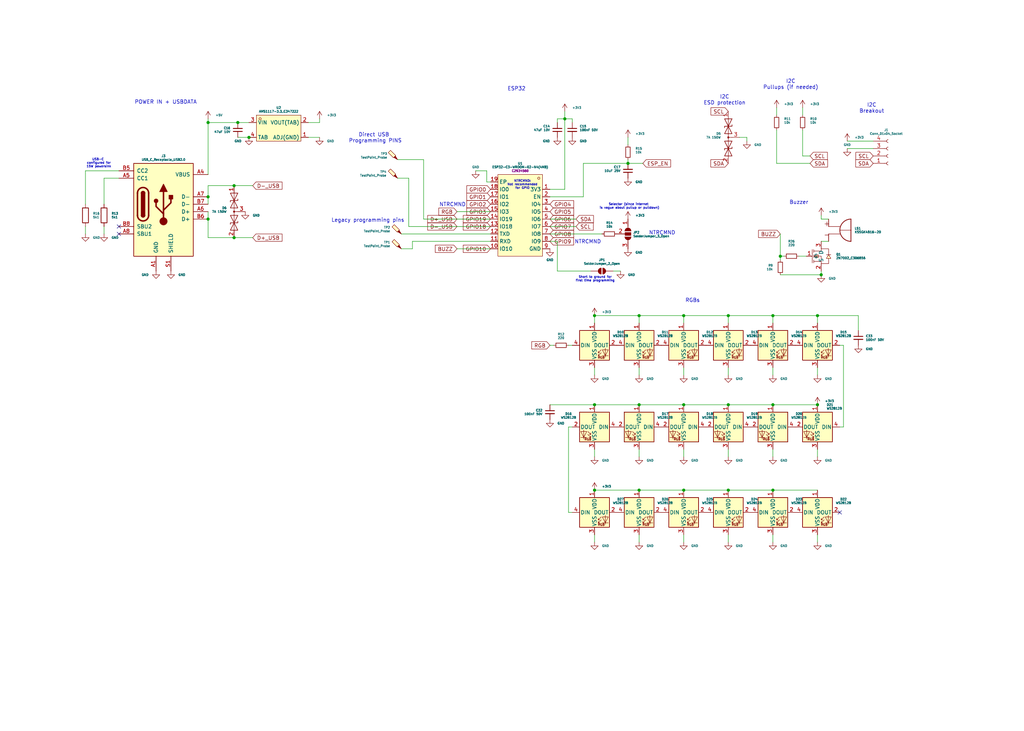
<source format=kicad_sch>
(kicad_sch (version 20250114) (generator "eeschema") (generator_version "9.0")
  (paper "User" 350 250)
  (title_block (title "BirthdayCard") (date "2025-03-31") (rev "V1") (comment 1 "Casper R. Tak"))
  (text "NTRCMND" (at 154.686 70.104 0) (effects (font (size 1.27 1.27))))
  (text "NTRCMND" (at 226.314 79.756 0) (effects (font (size 1.27 1.27))))
  (text "NTRCMND:\nNot recommended\nfor GPIO" (at 178.562 63.246 0) (effects (font (size 0.75 0.75))))
  (text "USB-C \nconfigured for\n15W powersink" (at 33.782 55.88 0) (effects (font (size 0.75 0.75))))
  (text "RGBs" (at 236.728 102.87 0) (effects (font (size 1.27 1.27))))
  (text "Direct USB \nProgramming PINS" (at 128.27 47.244 0) (effects (font (size 1.27 1.27))))
  (text "NTRCMND" (at 200.914 82.804 0) (effects (font (size 1.27 1.27))))
  (text "Selector (since internet \nis vague about pullup or pulldown)" (at 215.138 70.612 0) (effects (font (size 0.75 0.75))))
  (text "Short to ground for \nfirst time programming " (at 203.708 95.504 0) (effects (font (size 0.75 0.75))))
  (text "I2C\nPullups (if needed)" (at 270.256 28.956 0) (effects (font (size 1.27 1.27))))
  (text "Legacy programming pins" (at 125.73 75.438 0) (effects (font (size 1.27 1.27))))
  (text "ESP32 " (at 177.038 30.48 0) (effects (font (size 1.27 1.27))))
  (text "I2C\nBreakout" (at 297.942 37.084 0) (effects (font (size 1.27 1.27))))
  (text "Buzzer" (at 273.05 69.342 0) (effects (font (size 1.27 1.27))))
  (text "I2C\nESD protection" (at 247.65 34.29 0) (effects (font (size 1.27 1.27))))
  (text "POWER IN + USBDATA" (at 56.642 35.052 0) (effects (font (size 1.27 1.27))))
  (junction (at 218.44 167.64))
  (junction (at 71.12 74.93))
  (junction (at 279.4 107.95))
  (junction (at 193.04 40.64))
  (junction (at 71.12 67.31))
  (junction (at 264.16 107.95))
  (junction (at 203.2 107.95))
  (junction (at 218.44 138.43))
  (junction (at 233.68 138.43))
  (junction (at 203.2 167.64))
  (junction (at 80.01 63.5))
  (junction (at 85.09 46.99))
  (junction (at 80.01 81.28))
  (junction (at 214.63 55.88))
  (junction (at 248.92 167.64))
  (junction (at 81.28 41.91))
  (junction (at 248.92 138.43))
  (junction (at 266.7 87.63))
  (junction (at 233.68 107.95))
  (junction (at 218.44 107.95))
  (junction (at 71.12 41.91))
  (junction (at 264.16 167.64))
  (junction (at 233.68 167.64))
  (junction (at 279.4 138.43))
  (junction (at 264.16 138.43))
  (junction (at 203.2 138.43))
  (junction (at 280.67 93.98))
  (junction (at 248.92 107.95))
  (no_connect (at 287.02 175.26))
  (no_connect (at 40.64 77.47))
  (no_connect (at 40.64 80.01))
  (wire (pts (xy 248.92 107.95) (xy 264.16 107.95)))
  (wire (pts (xy 252.73 46.99) (xy 255.27 46.99)))
  (wire (pts (xy 167.64 74.93) (xy 144.78 74.93)))
  (wire (pts (xy 193.04 40.64) (xy 190.5 40.64)))
  (wire (pts (xy 265.43 39.37) (xy 265.43 36.83)))
  (wire (pts (xy 266.7 88.9) (xy 266.7 87.63)))
  (wire (pts (xy 279.4 167.64) (xy 264.16 167.64)))
  (wire (pts (xy 203.2 138.43) (xy 187.96 138.43)))
  (wire (pts (xy 109.22 46.99) (xy 105.41 46.99)))
  (wire (pts (xy 195.58 146.05) (xy 194.31 146.05)))
  (wire (pts (xy 194.31 146.05) (xy 194.31 175.26)))
  (wire (pts (xy 137.16 85.09) (xy 140.97 85.09)))
  (wire (pts (xy 196.85 77.47) (xy 187.96 77.47)))
  (wire (pts (xy 71.12 63.5) (xy 80.01 63.5)))
  (wire (pts (xy 233.68 167.64) (xy 248.92 167.64)))
  (wire (pts (xy 248.92 125.73) (xy 248.92 128.27)))
  (wire (pts (xy 71.12 41.91) (xy 81.28 41.91)))
  (wire (pts (xy 279.4 125.73) (xy 279.4 128.27)))
  (wire (pts (xy 35.56 77.47) (xy 35.56 80.01)))
  (wire (pts (xy 109.22 41.91) (xy 105.41 41.91)))
  (wire (pts (xy 264.16 153.67) (xy 264.16 156.21)))
  (wire (pts (xy 248.92 138.43) (xy 233.68 138.43)))
  (wire (pts (xy 248.92 167.64) (xy 264.16 167.64)))
  (wire (pts (xy 233.68 125.73) (xy 233.68 128.27)))
  (wire (pts (xy 187.96 82.55) (xy 190.5 82.55)))
  (wire (pts (xy 35.56 60.96) (xy 40.64 60.96)))
  (wire (pts (xy 199.39 55.88) (xy 199.39 67.31)))
  (wire (pts (xy 289.56 48.26) (xy 298.45 48.26)))
  (wire (pts (xy 266.7 80.01) (xy 266.7 87.63)))
  (wire (pts (xy 193.04 40.64) (xy 193.04 64.77)))
  (wire (pts (xy 29.21 58.42) (xy 29.21 69.85)))
  (wire (pts (xy 214.63 55.88) (xy 199.39 55.88)))
  (wire (pts (xy 140.97 82.55) (xy 167.64 82.55)))
  (wire (pts (xy 71.12 72.39) (xy 71.12 74.93)))
  (wire (pts (xy 189.23 118.11) (xy 187.96 118.11)))
  (wire (pts (xy 288.29 146.05) (xy 287.02 146.05)))
  (wire (pts (xy 205.74 80.01) (xy 187.96 80.01)))
  (wire (pts (xy 274.32 53.34) (xy 274.32 44.45)))
  (wire (pts (xy 212.09 92.71) (xy 209.55 92.71)))
  (wire (pts (xy 135.89 60.96) (xy 139.7 60.96)))
  (wire (pts (xy 280.67 93.98) (xy 280.67 92.71)))
  (wire (pts (xy 193.04 64.77) (xy 187.96 64.77)))
  (wire (pts (xy 233.68 153.67) (xy 233.68 156.21)))
  (wire (pts (xy 81.28 41.91) (xy 85.09 41.91)))
  (wire (pts (xy 273.05 87.63) (xy 275.59 87.63)))
  (wire (pts (xy 266.7 87.63) (xy 267.97 87.63)))
  (wire (pts (xy 266.7 93.98) (xy 280.67 93.98)))
  (wire (pts (xy 248.92 153.67) (xy 248.92 156.21)))
  (wire (pts (xy 248.92 107.95) (xy 233.68 107.95)))
  (wire (pts (xy 265.43 44.45) (xy 265.43 55.88)))
  (wire (pts (xy 71.12 63.5) (xy 71.12 67.31)))
  (wire (pts (xy 279.4 107.95) (xy 279.4 110.49)))
  (wire (pts (xy 219.71 55.88) (xy 214.63 55.88)))
  (wire (pts (xy 264.16 107.95) (xy 264.16 110.49)))
  (wire (pts (xy 144.78 54.61) (xy 144.78 74.93)))
  (wire (pts (xy 199.39 67.31) (xy 187.96 67.31)))
  (wire (pts (xy 280.67 82.55) (xy 283.21 82.55)))
  (wire (pts (xy 203.2 182.88) (xy 203.2 185.42)))
  (wire (pts (xy 276.86 55.88) (xy 265.43 55.88)))
  (wire (pts (xy 218.44 167.64) (xy 233.68 167.64)))
  (wire (pts (xy 71.12 67.31) (xy 71.12 69.85)))
  (wire (pts (xy 193.04 40.64) (xy 195.58 40.64)))
  (wire (pts (xy 264.16 138.43) (xy 248.92 138.43)))
  (wire (pts (xy 140.97 85.09) (xy 140.97 82.55)))
  (wire (pts (xy 279.4 107.95) (xy 264.16 107.95)))
  (wire (pts (xy 280.67 74.93) (xy 283.21 74.93)))
  (wire (pts (xy 167.64 72.39) (xy 156.21 72.39)))
  (wire (pts (xy 190.5 82.55) (xy 190.5 92.71)))
  (wire (pts (xy 248.92 182.88) (xy 248.92 185.42)))
  (wire (pts (xy 280.67 73.66) (xy 280.67 74.93)))
  (wire (pts (xy 195.58 118.11) (xy 194.31 118.11)))
  (wire (pts (xy 201.93 92.71) (xy 190.5 92.71)))
  (wire (pts (xy 81.28 46.99) (xy 85.09 46.99)))
  (wire (pts (xy 233.68 182.88) (xy 233.68 185.42)))
  (wire (pts (xy 166.37 58.42) (xy 166.37 62.23)))
  (wire (pts (xy 218.44 107.95) (xy 203.2 107.95)))
  (wire (pts (xy 264.16 125.73) (xy 264.16 128.27)))
  (wire (pts (xy 293.37 107.95) (xy 293.37 113.03)))
  (wire (pts (xy 279.4 107.95) (xy 293.37 107.95)))
  (wire (pts (xy 195.58 40.64) (xy 195.58 41.91)))
  (wire (pts (xy 279.4 153.67) (xy 279.4 156.21)))
  (wire (pts (xy 71.12 41.91) (xy 71.12 59.69)))
  (wire (pts (xy 166.37 58.42) (xy 162.56 58.42)))
  (wire (pts (xy 166.37 62.23) (xy 167.64 62.23)))
  (wire (pts (xy 71.12 81.28) (xy 80.01 81.28)))
  (wire (pts (xy 276.86 53.34) (xy 274.32 53.34)))
  (wire (pts (xy 218.44 153.67) (xy 218.44 156.21)))
  (wire (pts (xy 279.4 182.88) (xy 279.4 185.42)))
  (wire (pts (xy 193.04 38.1) (xy 193.04 40.64)))
  (wire (pts (xy 274.32 39.37) (xy 274.32 36.83)))
  (wire (pts (xy 218.44 138.43) (xy 203.2 138.43)))
  (wire (pts (xy 35.56 60.96) (xy 35.56 69.85)))
  (wire (pts (xy 71.12 74.93) (xy 71.12 81.28)))
  (wire (pts (xy 203.2 125.73) (xy 203.2 128.27)))
  (wire (pts (xy 203.2 167.64) (xy 218.44 167.64)))
  (wire (pts (xy 264.16 182.88) (xy 264.16 185.42)))
  (wire (pts (xy 29.21 58.42) (xy 40.64 58.42)))
  (wire (pts (xy 139.7 60.96) (xy 139.7 77.47)))
  (wire (pts (xy 196.85 74.93) (xy 187.96 74.93)))
  (wire (pts (xy 167.64 80.01) (xy 137.16 80.01)))
  (wire (pts (xy 218.44 182.88) (xy 218.44 185.42)))
  (wire (pts (xy 214.63 46.99) (xy 214.63 49.53)))
  (wire (pts (xy 233.68 107.95) (xy 233.68 110.49)))
  (wire (pts (xy 287.02 118.11) (xy 288.29 118.11)))
  (wire (pts (xy 248.92 107.95) (xy 248.92 110.49)))
  (wire (pts (xy 218.44 107.95) (xy 218.44 110.49)))
  (wire (pts (xy 80.01 81.28) (xy 86.36 81.28)))
  (wire (pts (xy 167.64 85.09) (xy 156.21 85.09)))
  (wire (pts (xy 279.4 138.43) (xy 264.16 138.43)))
  (wire (pts (xy 29.21 77.47) (xy 29.21 80.01)))
  (wire (pts (xy 218.44 125.73) (xy 218.44 128.27)))
  (wire (pts (xy 289.56 50.8) (xy 298.45 50.8)))
  (wire (pts (xy 233.68 138.43) (xy 218.44 138.43)))
  (wire (pts (xy 190.5 41.91) (xy 190.5 40.64)))
  (wire (pts (xy 144.78 54.61) (xy 135.89 54.61)))
  (wire (pts (xy 255.27 46.99) (xy 255.27 48.26)))
  (wire (pts (xy 203.2 107.95) (xy 203.2 110.49)))
  (wire (pts (xy 167.64 77.47) (xy 139.7 77.47)))
  (wire (pts (xy 109.22 40.64) (xy 109.22 41.91)))
  (wire (pts (xy 218.44 107.95) (xy 233.68 107.95)))
  (wire (pts (xy 195.58 175.26) (xy 194.31 175.26)))
  (wire (pts (xy 288.29 118.11) (xy 288.29 146.05)))
  (wire (pts (xy 214.63 54.61) (xy 214.63 55.88)))
  (wire (pts (xy 80.01 63.5) (xy 86.36 63.5)))
  (wire (pts (xy 203.2 153.67) (xy 203.2 156.21)))
  (wire (pts (xy 71.12 40.64) (xy 71.12 41.91)))
  (image (at 417.83 120.65) (scale 2.2929))
  (global_label "SDA" (shape input) (at 196.85 74.93 0) (property "Intersheetrefs" "${INTERSHEET_REFS}" (effects (hide yes))))
  (global_label "SDA" (shape input) (at 298.45 55.88 180) (property "Intersheetrefs" "${INTERSHEET_REFS}" (effects (hide yes))))
  (global_label "BUZZ" (shape input) (at 156.21 85.09 180) (property "Intersheetrefs" "${INTERSHEET_REFS}" (effects (hide yes))))
  (global_label "D+_USB" (shape input) (at 156.21 74.93 180) (property "Intersheetrefs" "${INTERSHEET_REFS}" (effects (hide yes))))
  (global_label "SCL" (shape input) (at 276.86 53.34 0) (property "Intersheetrefs" "${INTERSHEET_REFS}" (effects (hide yes))))
  (global_label "GPIO6" (shape input) (at 187.96 74.93 0) (property "Intersheetrefs" "${INTERSHEET_REFS}" (effects (hide yes))))
  (global_label "SCL" (shape input) (at 248.92 38.1 180) (property "Intersheetrefs" "${INTERSHEET_REFS}" (effects (hide yes))))
  (global_label "D-_USB" (shape input) (at 156.21 77.47 180) (property "Intersheetrefs" "${INTERSHEET_REFS}" (effects (hide yes))))
  (global_label "SCL" (shape input) (at 196.85 77.47 0) (property "Intersheetrefs" "${INTERSHEET_REFS}" (effects (hide yes))))
  (global_label "BUZZ" (shape input) (at 266.7 80.01 180) (property "Intersheetrefs" "${INTERSHEET_REFS}" (effects (hide yes))))
  (global_label "SCL" (shape input) (at 298.45 53.34 180) (property "Intersheetrefs" "${INTERSHEET_REFS}" (effects (hide yes))))
  (global_label "GPIO5" (shape input) (at 187.96 72.39 0) (property "Intersheetrefs" "${INTERSHEET_REFS}" (effects (hide yes))))
  (global_label "GPIO0" (shape input) (at 167.64 64.77 180) (property "Intersheetrefs" "${INTERSHEET_REFS}" (effects (hide yes))))
  (global_label "GPIO9" (shape input) (at 187.96 82.55 0) (property "Intersheetrefs" "${INTERSHEET_REFS}" (effects (hide yes))))
  (global_label "GPIO2" (shape input) (at 167.64 69.85 180) (property "Intersheetrefs" "${INTERSHEET_REFS}" (effects (hide yes))))
  (global_label "GPIO7" (shape input) (at 187.96 77.47 0) (property "Intersheetrefs" "${INTERSHEET_REFS}" (effects (hide yes))))
  (global_label "SDA" (shape input) (at 276.86 55.88 0) (property "Intersheetrefs" "${INTERSHEET_REFS}" (effects (hide yes))))
  (global_label "D-_USB" (shape input) (at 86.36 63.5 0) (property "Intersheetrefs" "${INTERSHEET_REFS}" (effects (hide yes))))
  (global_label "RGB" (shape input) (at 156.21 72.39 180) (property "Intersheetrefs" "${INTERSHEET_REFS}" (effects (hide yes))))
  (global_label "SDA" (shape input) (at 248.92 55.88 180) (property "Intersheetrefs" "${INTERSHEET_REFS}" (effects (hide yes))))
  (global_label "GPIO18" (shape input) (at 167.64 77.47 180) (property "Intersheetrefs" "${INTERSHEET_REFS}" (effects (hide yes))))
  (global_label "GPIO4" (shape input) (at 187.96 69.85 0) (property "Intersheetrefs" "${INTERSHEET_REFS}" (effects (hide yes))))
  (global_label "RGB" (shape input) (at 187.96 118.11 180) (property "Intersheetrefs" "${INTERSHEET_REFS}" (effects (hide yes))))
  (global_label "GPIO10" (shape input) (at 167.64 85.09 180) (property "Intersheetrefs" "${INTERSHEET_REFS}" (effects (hide yes))))
  (global_label "GPIO3" (shape input) (at 167.64 72.39 180) (property "Intersheetrefs" "${INTERSHEET_REFS}" (effects (hide yes))))
  (global_label "GPIO8" (shape input) (at 187.96 80.01 0) (property "Intersheetrefs" "${INTERSHEET_REFS}" (effects (hide yes))))
  (global_label "GPIO1" (shape input) (at 167.64 67.31 180) (property "Intersheetrefs" "${INTERSHEET_REFS}" (effects (hide yes))))
  (global_label "ESP_EN" (shape input) (at 219.71 55.88 0) (property "Intersheetrefs" "${INTERSHEET_REFS}" (effects (hide yes))))
  (global_label "D+_USB" (shape input) (at 86.36 81.28 0) (property "Intersheetrefs" "${INTERSHEET_REFS}" (effects (hide yes))))
  (global_label "GPIO19" (shape input) (at 167.64 74.93 180) (property "Intersheetrefs" "${INTERSHEET_REFS}" (effects (hide yes))))
  (symbol (lib_id "LED:WS2812B") (at 203.2 118.11 0) (unit 1)
    (property "Reference" "D10" (at 212.09 113.5948 0) (effects (font (size 0.75 0.75))))
    (property "Value" "WS2812B" (at 212.09 114.8648 0) (effects (font (size 0.75 0.75))))
    (property "Footprint" "easyeda2kicad:LED-SMD_4P-L5.0-W5.0-BL_TC5050RGB" (effects (hide yes)))
    (property "Datasheet" "https://cdn-shop.adafruit.com/datasheets/WS2812B.pdf" (effects (hide yes)))
    (property "Description" "C114586" (effects (hide yes)))
    (property "LCSC Part" "C114586" (effects (hide yes)))
  )
  (symbol (lib_id "LED:WS2812B") (at 218.44 175.26 0) (unit 1)
    (property "Reference" "D26" (at 227.33 170.7448 0) (effects (font (size 0.75 0.75))))
    (property "Value" "WS2812B" (at 227.33 172.0148 0) (effects (font (size 0.75 0.75))))
    (property "Footprint" "easyeda2kicad:LED-SMD_4P-L5.0-W5.0-BL_TC5050RGB" (effects (hide yes)))
    (property "Datasheet" "https://cdn-shop.adafruit.com/datasheets/WS2812B.pdf" (effects (hide yes)))
    (property "Description" "C114586" (effects (hide yes)))
    (property "LCSC Part" "C114586" (effects (hide yes)))
  )
  (symbol (lib_id "Device:R_Small") (at 265.43 41.91 0) (unit 1)
    (property "Reference" "R11" (at 267.97 40.6399 0) (effects (font (size 0.75 0.75)) (justify left)))
    (property "Value" "10k" (at 267.97 41.9099 0) (effects (font (size 0.75 0.75)) (justify left)))
    (property "Footprint" "Resistor_SMD:R_1206_3216Metric_Pad1.30x1.75mm_HandSolder" (effects (hide yes)))
    (property "Description" "C17414" (effects (hide yes)))
    (property "LCSC Part" "C17414" (effects (hide yes)))
  )
  (symbol (lib_id "power:GND") (at 187.96 85.09 0) (unit 1)
    (property "Reference" "#PWR076" (effects (hide yes)))
    (property "Value" "GND" (at 187.96 88.9 0) (effects (font (size 0.75 0.75))))
  )
  (symbol (lib_id "power:GND") (at 58.42 92.71 0) (unit 1)
    (property "Reference" "#PWR0108" (effects (hide yes)))
    (property "Value" "GND" (at 60.96 93.9799 0) (effects (font (size 0.75 0.75)) (justify left)))
  )
  (symbol (lib_id "LED:WS2812B") (at 218.44 146.05 0) (mirror y) (unit 1)
    (property "Reference" "D17" (at 227.33 141.5348 0) (effects (font (size 0.75 0.75))))
    (property "Value" "WS2812B" (at 227.33 142.8048 0) (effects (font (size 0.75 0.75))))
    (property "Footprint" "easyeda2kicad:LED-SMD_4P-L5.0-W5.0-BL_TC5050RGB" (effects (hide yes)))
    (property "Datasheet" "https://cdn-shop.adafruit.com/datasheets/WS2812B.pdf" (effects (hide yes)))
    (property "Description" "C114586" (effects (hide yes)))
    (property "LCSC Part" "C114586" (effects (hide yes)))
  )
  (symbol (lib_id "Connector:TestPoint_Probe") (at 135.89 60.96 0) (mirror y) (unit 1)
    (property "Reference" "TP4" (at 132.08 58.7374 0) (effects (font (size 0.75 0.75)) (justify left)))
    (property "Value" "TestPoint_Probe" (at 132.08 60.0074 0) (effects (font (size 0.75 0.75)) (justify left)))
    (property "Footprint" "TestPoint:TestPoint_Pad_D2.0mm" (effects (hide yes)))
    (property "Description" "test point (alternative probe-style design)" (effects (hide yes)))
  )
  (symbol (lib_id "power:GND") (at 289.56 50.8 0) (unit 1)
    (property "Reference" "#PWR082" (effects (hide yes)))
    (property "Value" "GND" (at 289.56 49.53 0) (effects (font (size 0.75 0.75))))
  )
  (symbol (lib_id "power:GND") (at 109.22 46.99 0) (mirror y) (unit 1)
    (property "Reference" "#PWR083" (effects (hide yes)))
    (property "Value" "GND" (at 111.76 48.2599 0) (effects (font (size 0.75 0.75)) (justify right)))
  )
  (symbol (lib_id "power:GND") (at 190.5 46.99 0) (mirror y) (unit 1)
    (property "Reference" "#PWR080" (effects (hide yes)))
    (property "Value" "GND" (at 187.96 48.2599 0) (effects (font (size 0.75 0.75)) (justify left)))
  )
  (symbol (lib_id "Device:R_Small") (at 191.77 118.11 270) (mirror x) (unit 1)
    (property "Reference" "R12" (at 191.77 114.3 90) (effects (font (size 0.75 0.75))))
    (property "Value" "220" (at 191.77 115.57 90) (effects (font (size 0.75 0.75))))
    (property "Footprint" "Resistor_SMD:R_1206_3216Metric_Pad1.30x1.75mm_HandSolder" (effects (hide yes)))
    (property "Description" "C17557" (effects (hide yes)))
    (property "LCSC Part" "C17557" (effects (hide yes)))
  )
  (symbol (lib_id "power:GND") (at 29.21 80.01 0) (unit 1)
    (property "Reference" "#PWR0104" (effects (hide yes)))
    (property "Value" "GND" (at 31.75 81.2799 0) (effects (font (size 0.75 0.75)) (justify left)))
  )
  (symbol (lib_id "power:GND") (at 279.4 185.42 0) (mirror y) (unit 1)
    (property "Reference" "#PWR060" (effects (hide yes)))
    (property "Value" "GND" (at 281.94 186.6899 0) (effects (font (size 0.75 0.75)) (justify right)))
  )
  (symbol (lib_id "Device:R_Small") (at 270.51 87.63 270) (unit 1)
    (property "Reference" "R26" (at 270.51 82.55 90) (effects (font (size 0.75 0.75))))
    (property "Value" "220" (at 270.51 83.82 90) (effects (font (size 0.75 0.75))))
    (property "Footprint" "Resistor_SMD:R_0805_2012Metric_Pad1.20x1.40mm_HandSolder" (effects (hide yes)))
    (property "Description" "C17557" (effects (hide yes)))
    (property "LCSC Part" "C17557" (effects (hide yes)))
  )
  (symbol (lib_id "LED:WS2812B") (at 203.2 175.26 0) (unit 1)
    (property "Reference" "D27" (at 212.09 170.7448 0) (effects (font (size 0.75 0.75))))
    (property "Value" "WS2812B" (at 212.09 172.0148 0) (effects (font (size 0.75 0.75))))
    (property "Footprint" "easyeda2kicad:LED-SMD_4P-L5.0-W5.0-BL_TC5050RGB" (effects (hide yes)))
    (property "Datasheet" "https://cdn-shop.adafruit.com/datasheets/WS2812B.pdf" (effects (hide yes)))
    (property "Description" "C114586" (effects (hide yes)))
    (property "LCSC Part" "C114586" (effects (hide yes)))
  )
  (symbol (lib_id "Device:C_Small") (at 81.28 44.45 0) (mirror x) (unit 1)
    (property "Reference" "C16" (at 78.74 43.8085 0) (effects (font (size 0.75 0.75)) (justify right)))
    (property "Value" "47uF 10V" (at 78.74 45.0785 0) (effects (font (size 0.75 0.75)) (justify right)))
    (property "Footprint" "Capacitor_SMD:C_1210_3225Metric_Pad1.33x2.70mm_HandSolder" (effects (hide yes)))
    (property "Description" "C5189825" (effects (hide yes)))
    (property "LCSC Part" "C5189825" (effects (hide yes)))
  )
  (symbol (lib_id "power:GND") (at 279.4 156.21 0) (unit 1)
    (property "Reference" "#PWR048" (effects (hide yes)))
    (property "Value" "GND" (at 281.94 157.4799 0) (effects (font (size 0.75 0.75)) (justify left)))
  )
  (symbol (lib_id "power:GND") (at 212.09 92.71 0) (unit 1)
    (property "Reference" "#PWR078" (effects (hide yes)))
    (property "Value" "GND" (at 214.63 93.9799 0) (effects (font (size 0.75 0.75)) (justify left)))
  )
  (symbol (lib_id "power:GND") (at 218.44 128.27 0) (mirror y) (unit 1)
    (property "Reference" "#PWR046" (effects (hide yes)))
    (property "Value" "GND" (at 220.98 129.5399 0) (effects (font (size 0.75 0.75)) (justify right)))
  )
  (symbol (lib_id "power:GND") (at 195.58 46.99 0) (mirror y) (unit 1)
    (property "Reference" "#PWR054" (effects (hide yes)))
    (property "Value" "GND" (at 198.12 48.2599 0) (effects (font (size 0.75 0.75)) (justify right)))
  )
  (symbol (lib_id "LED:WS2812B") (at 279.4 175.26 0) (unit 1)
    (property "Reference" "D22" (at 288.29 170.7448 0) (effects (font (size 0.75 0.75))))
    (property "Value" "WS2812B" (at 288.29 172.0148 0) (effects (font (size 0.75 0.75))))
    (property "Footprint" "easyeda2kicad:LED-SMD_4P-L5.0-W5.0-BL_TC5050RGB" (effects (hide yes)))
    (property "Datasheet" "https://cdn-shop.adafruit.com/datasheets/WS2812B.pdf" (effects (hide yes)))
    (property "Description" "C114586" (effects (hide yes)))
    (property "LCSC Part" "C114586" (effects (hide yes)))
  )
  (symbol (lib_id "Device:C_Small") (at 190.5 44.45 0) (mirror x) (unit 1)
    (property "Reference" "C14" (at 187.96 43.1735 0) (effects (font (size 0.75 0.75)) (justify right)))
    (property "Value" "47uF 10V" (at 187.96 44.4435 0) (effects (font (size 0.75 0.75)) (justify right)))
    (property "Footprint" "Capacitor_SMD:C_1210_3225Metric_Pad1.33x2.70mm_HandSolder" (effects (hide yes)))
    (property "Description" "C5189825" (effects (hide yes)))
    (property "LCSC Part" "C5189825" (effects (hide yes)))
  )
  (symbol (lib_id "Device:C_Small") (at 187.96 140.97 0) (mirror y) (unit 1)
    (property "Reference" "C32" (at 185.42 140.3412 0) (effects (font (size 0.75 0.75)) (justify left)))
    (property "Value" "100nF 50V" (at 185.42 141.6112 0) (effects (font (size 0.75 0.75)) (justify left)))
    (property "Footprint" "Capacitor_SMD:C_1210_3225Metric_Pad1.33x2.70mm_HandSolder" (effects (hide yes)))
    (property "Description" "C49678" (effects (hide yes)))
    (property "LCSC Part" "C49678" (effects (hide yes)))
  )
  (symbol (lib_id "power:GND") (at 264.16 185.42 0) (mirror y) (unit 1)
    (property "Reference" "#PWR064" (effects (hide yes)))
    (property "Value" "GND" (at 266.7 186.6899 0) (effects (font (size 0.75 0.75)) (justify right)))
  )
  (symbol (lib_id "Strata_frontplate_front_BMS_V2.1-rescue:+3.3V-power") (at 214.63 46.99 0) (unit 1)
    (property "Reference" "#PWR073" (effects (hide yes)))
    (property "Value" "+3V3" (at 217.17 45.7199 0) (effects (font (size 0.75 0.75)) (justify left)))
  )
  (symbol (lib_id "Device:C_Small") (at 195.58 44.45 0) (unit 1)
    (property "Reference" "C15" (at 198.12 43.1862 0) (effects (font (size 0.75 0.75)) (justify left)))
    (property "Value" "100nF 50V" (at 198.12 44.4562 0) (effects (font (size 0.75 0.75)) (justify left)))
    (property "Footprint" "Capacitor_SMD:C_1210_3225Metric_Pad1.33x2.70mm_HandSolder" (effects (hide yes)))
    (property "Description" "C49678" (effects (hide yes)))
    (property "LCSC Part" "C49678" (effects (hide yes)))
  )
  (symbol (lib_id "power:GND") (at 280.67 93.98 0) (unit 1)
    (property "Reference" "#PWR066" (effects (hide yes)))
    (property "Value" "GND" (at 283.21 95.2499 0) (effects (font (size 0.75 0.75)) (justify left)))
    (property "Footprint" "Package_SO:SOIC-8_3.9x4.9mm_P1.27mm" (effects (hide yes)))
  )
  (symbol (lib_id "power:GND") (at 214.63 85.09 0) (unit 1)
    (property "Reference" "#PWR087" (effects (hide yes)))
    (property "Value" "GND" (at 217.17 86.3599 0) (effects (font (size 0.75 0.75)) (justify left)))
  )
  (symbol (lib_id "Device:R") (at 29.21 73.66 180) (unit 1)
    (property "Reference" "R16" (at 31.75 73.0249 0) (effects (font (size 0.75 0.75)) (justify right)))
    (property "Value" "5k1" (at 31.75 74.2949 0) (effects (font (size 0.75 0.75)) (justify right)))
    (property "Footprint" "Resistor_SMD:R_1206_3216Metric_Pad1.30x1.75mm_HandSolder" (effects (hide yes)))
    (property "Purpose" "Enable power and tell device id" (effects (hide yes)))
  )
  (symbol (lib_id "Titan_frontplate_front_BMS_V1.3-rescue:+3.3V-power") (at 265.43 36.83 0) (mirror y) (unit 1)
    (property "Reference" "#PWR062" (effects (hide yes)))
    (property "Value" "+3V3" (at 267.97 35.5599 0) (effects (font (size 0.75 0.75)) (justify right)))
    (property "Footprint" "Package_SO:SOIC-16_3.9x9.9mm_P1.27mm" (effects (hide yes)))
  )
  (symbol (lib_id "power:GND") (at 255.27 48.26 0) (unit 1)
    (property "Reference" "#PWR063" (effects (hide yes)))
    (property "Value" "GND" (at 257.81 49.5299 0) (effects (font (size 0.75 0.75)) (justify left)))
    (property "Footprint" "Package_SO:SOIC-8_3.9x4.9mm_P1.27mm" (effects (hide yes)))
  )
  (symbol (lib_id "power:GND") (at 162.56 58.42 0) (unit 1)
    (property "Reference" "#PWR075" (effects (hide yes)))
    (property "Value" "GND" (at 162.56 57.15 0) (effects (font (size 0.75 0.75))))
  )
  (symbol (lib_id "Device:R_Small") (at 274.32 41.91 0) (unit 1)
    (property "Reference" "R10" (at 276.86 40.6399 0) (effects (font (size 0.75 0.75)) (justify left)))
    (property "Value" "10k" (at 276.86 41.9099 0) (effects (font (size 0.75 0.75)) (justify left)))
    (property "Footprint" "Resistor_SMD:R_1206_3216Metric_Pad1.30x1.75mm_HandSolder" (effects (hide yes)))
    (property "Description" "C17414" (effects (hide yes)))
    (property "LCSC Part" "C17414" (effects (hide yes)))
  )
  (symbol (lib_id "power:GND") (at 85.09 46.99 0) (mirror y) (unit 1)
    (property "Reference" "#PWR084" (effects (hide yes)))
    (property "Value" "GND" (at 82.55 48.2599 0) (effects (font (size 0.75 0.75)) (justify left)))
  )
  (symbol (lib_id "Connector:TestPoint_Probe") (at 137.16 80.01 0) (mirror y) (unit 1)
    (property "Reference" "TP2" (at 133.35 77.7874 0) (effects (font (size 0.75 0.75)) (justify left)))
    (property "Value" "TestPoint_Probe" (at 133.35 79.0574 0) (effects (font (size 0.75 0.75)) (justify left)))
    (property "Footprint" "TestPoint:TestPoint_Pad_D2.0mm" (effects (hide yes)))
    (property "Description" "test point (alternative probe-style design)" (effects (hide yes)))
  )
  (symbol (lib_id "power:GND") (at 203.2 185.42 0) (mirror y) (unit 1)
    (property "Reference" "#PWR070" (effects (hide yes)))
    (property "Value" "GND" (at 205.74 186.6899 0) (effects (font (size 0.75 0.75)) (justify right)))
  )
  (symbol (lib_id "Connector:TestPoint_Probe") (at 137.16 85.09 0) (mirror y) (unit 1)
    (property "Reference" "TP1" (at 133.35 82.8674 0) (effects (font (size 0.75 0.75)) (justify left)))
    (property "Value" "TestPoint_Probe" (at 133.35 84.1374 0) (effects (font (size 0.75 0.75)) (justify left)))
    (property "Footprint" "TestPoint:TestPoint_Pad_D2.0mm" (effects (hide yes)))
    (property "Description" "test point (alternative probe-style design)" (effects (hide yes)))
  )
  (symbol (lib_id "power:GND") (at 279.4 128.27 0) (mirror y) (unit 1)
    (property "Reference" "#PWR052" (effects (hide yes)))
    (property "Value" "GND" (at 281.94 129.5399 0) (effects (font (size 0.75 0.75)) (justify right)))
  )
  (symbol (lib_id "Titan_frontplate_front_BMS_V1.3-rescue:+3.3V-power") (at 214.63 74.93 0) (unit 1)
    (property "Reference" "#PWR044" (effects (hide yes)))
    (property "Value" "+3V3" (at 217.17 73.6599 0) (effects (font (size 0.75 0.75)) (justify left)))
    (property "Footprint" "Package_SO:SOIC-16_3.9x9.9mm_P1.27mm" (effects (hide yes)))
  )
  (symbol (lib_id "Device:R_Small") (at 208.28 80.01 90) (unit 1)
    (property "Reference" "R14" (at 208.28 76.2 90) (effects (font (size 0.75 0.75))))
    (property "Value" "10k" (at 208.28 77.47 90) (effects (font (size 0.75 0.75))))
    (property "Footprint" "Resistor_SMD:R_1206_3216Metric_Pad1.30x1.75mm_HandSolder" (effects (hide yes)))
    (property "Description" "C17414" (effects (hide yes)))
    (property "LCSC Part" "C17414" (effects (hide yes)))
  )
  (symbol (lib_id "Connector:TestPoint_Probe") (at 135.89 54.61 0) (mirror y) (unit 1)
    (property "Reference" "TP3" (at 132.334 52.578 0) (effects (font (size 0.75 0.75)) (justify left)))
    (property "Value" "TestPoint_Probe" (at 132.334 53.848 0) (effects (font (size 0.75 0.75)) (justify left)))
    (property "Footprint" "TestPoint:TestPoint_Pad_D2.0mm" (effects (hide yes)))
    (property "Description" "test point (alternative probe-style design)" (effects (hide yes)))
  )
  (symbol (lib_id "Titan_frontplate_front_BMS_V1.3-rescue:+3.3V-power") (at 280.67 73.66 0) (unit 1)
    (property "Reference" "#PWR059" (effects (hide yes)))
    (property "Value" "+3V3" (at 283.21 72.3899 0) (effects (font (size 0.75 0.75)) (justify left)))
    (property "Footprint" "Package_SO:SOIC-16_3.9x9.9mm_P1.27mm" (effects (hide yes)))
  )
  (symbol (lib_id "Titan_frontplate_front_BMS_V1.3-rescue:+3.3V-power") (at 203.2 167.64 0) (unit 1)
    (property "Reference" "#PWR043" (effects (hide yes)))
    (property "Value" "+3V3" (at 205.74 166.3699 0) (effects (font (size 0.75 0.75)) (justify left)))
    (property "Footprint" "Package_SO:SOIC-16_3.9x9.9mm_P1.27mm" (effects (hide yes)))
  )
  (symbol (lib_id "LED:WS2812B") (at 248.92 175.26 0) (unit 1)
    (property "Reference" "D24" (at 257.81 170.7448 0) (effects (font (size 0.75 0.75))))
    (property "Value" "WS2812B" (at 257.81 172.0148 0) (effects (font (size 0.75 0.75))))
    (property "Footprint" "easyeda2kicad:LED-SMD_4P-L5.0-W5.0-BL_TC5050RGB" (effects (hide yes)))
    (property "Datasheet" "https://cdn-shop.adafruit.com/datasheets/WS2812B.pdf" (effects (hide yes)))
    (property "Description" "C114586" (effects (hide yes)))
    (property "LCSC Part" "C114586" (effects (hide yes)))
  )
  (symbol (lib_id "power:GND") (at 187.96 143.51 0) (unit 1)
    (property "Reference" "#PWR056" (effects (hide yes)))
    (property "Value" "GND" (at 190.5 144.7799 0) (effects (font (size 0.75 0.75)) (justify left)))
  )
  (symbol (lib_id "Strata_frontplate_front_BMS_V2.1-rescue:+3.3V-power") (at 109.22 40.64 0) (mirror y) (unit 1)
    (property "Reference" "#PWR085" (effects (hide yes)))
    (property "Value" "+3V3" (at 111.76 39.3699 0) (effects (font (size 0.75 0.75)) (justify right)))
  )
  (symbol (lib_id "Connector:USB_C_Receptacle_USB2.0") (at 55.88 69.85 0) (unit 1)
    (property "Reference" "J3" (at 55.88 53.34 0) (effects (font (size 0.75 0.75))))
    (property "Value" "USB_C_Receptacle_USB2.0" (at 55.88 54.61 0) (effects (font (size 0.75 0.75))))
    (property "Footprint" "easyeda2kicad:TYPE-C-SMD_TYPE-C-6P_5" (effects (hide yes)))
    (property "Datasheet" "file:///C:/Users/crtak/AppData/Local/Temp/Temp1_USBC6P-master.zip/USBC6P-master/Datasheets/USCX-06FX-XXMX-01.pdf" (effects (hide yes)))
  )
  (symbol (lib_id "power:GND") (at 203.2 128.27 0) (mirror y) (unit 1)
    (property "Reference" "#PWR045" (effects (hide yes)))
    (property "Value" "GND" (at 205.74 129.5399 0) (effects (font (size 0.75 0.75)) (justify right)))
  )
  (symbol (lib_id "power:GND") (at 83.82 72.39 0) (mirror y) (unit 1)
    (property "Reference" "#PWR086" (effects (hide yes)))
    (property "Value" "GND" (at 86.36 73.6599 0) (effects (font (size 0.75 0.75)) (justify right)))
  )
  (symbol (lib_id "power:GND") (at 35.56 80.01 0) (unit 1)
    (property "Reference" "#PWR0106" (effects (hide yes)))
    (property "Value" "GND" (at 38.1 81.2799 0) (effects (font (size 0.75 0.75)) (justify left)))
  )
  (symbol (lib_id "power:GND") (at 248.92 185.42 0) (mirror y) (unit 1)
    (property "Reference" "#PWR067" (effects (hide yes)))
    (property "Value" "GND" (at 251.46 186.6899 0) (effects (font (size 0.75 0.75)) (justify right)))
  )
  (symbol (lib_id "power:GND") (at 218.44 156.21 0) (unit 1)
    (property "Reference" "#PWR055" (effects (hide yes)))
    (property "Value" "GND" (at 220.98 157.4799 0) (effects (font (size 0.75 0.75)) (justify left)))
  )
  (symbol (lib_id "LED:WS2812B") (at 233.68 175.26 0) (unit 1)
    (property "Reference" "D25" (at 242.57 170.7448 0) (effects (font (size 0.75 0.75))))
    (property "Value" "WS2812B" (at 242.57 172.0148 0) (effects (font (size 0.75 0.75))))
    (property "Footprint" "easyeda2kicad:LED-SMD_4P-L5.0-W5.0-BL_TC5050RGB" (effects (hide yes)))
    (property "Datasheet" "https://cdn-shop.adafruit.com/datasheets/WS2812B.pdf" (effects (hide yes)))
    (property "Description" "C114586" (effects (hide yes)))
    (property "LCSC Part" "C114586" (effects (hide yes)))
  )
  (symbol (lib_id "easyeda2kicad:AMS1117-3.3_C347222") (at 100.33 44.45 0) (unit 1)
    (property "Reference" "U2" (at 95.25 36.83 0) (effects (font (size 0.75 0.75))))
    (property "Value" "AMS1117-3.3_C347222" (at 95.25 38.1 0) (effects (font (size 0.75 0.75))))
    (property "Footprint" "easyeda2kicad:SOT-223-4_L6.5-W3.5-P2.30-LS7.0-BR" (effects (hide yes)))
    (property "Datasheet" "https://lcsc.com/product-detail/Others_Youtai-Semiconductor-Co-Ltd-AMS1117-3-3_C347222.html" (effects (hide yes)))
    (property "LCSC Part" "C347222" (effects (hide yes)))
  )
  (symbol (lib_id "power:GND") (at 53.34 92.71 0) (unit 1)
    (property "Reference" "#PWR0107" (effects (hide yes)))
    (property "Value" "GND" (at 50.8 93.9799 0) (effects (font (size 0.75 0.75)) (justify right)))
  )
  (symbol (lib_id "power:GND") (at 233.68 156.21 0) (unit 1)
    (property "Reference" "#PWR057" (effects (hide yes)))
    (property "Value" "GND" (at 236.22 157.4799 0) (effects (font (size 0.75 0.75)) (justify left)))
  )
  (symbol (lib_id "Titan_frontplate_front_BMS_V1.3-rescue:+3.3V-power") (at 71.12 40.64 0) (mirror y) (unit 1)
    (property "Reference" "#PWR065" (effects (hide yes)))
    (property "Value" "+5V" (at 73.66 39.3699 0) (effects (font (size 0.75 0.75)) (justify right)))
    (property "Footprint" "Package_SO:SOIC-16_3.9x9.9mm_P1.27mm" (effects (hide yes)))
  )
  (symbol (lib_id "power:GND") (at 203.2 156.21 0) (unit 1)
    (property "Reference" "#PWR053" (effects (hide yes)))
    (property "Value" "GND" (at 205.74 157.4799 0) (effects (font (size 0.75 0.75)) (justify left)))
  )
  (symbol (lib_id "Device:R") (at 35.56 73.66 180) (unit 1)
    (property "Reference" "R13" (at 38.1 73.0249 0) (effects (font (size 0.75 0.75)) (justify right)))
    (property "Value" "5k1" (at 38.1 74.2949 0) (effects (font (size 0.75 0.75)) (justify right)))
    (property "Footprint" "Resistor_SMD:R_1206_3216Metric_Pad1.30x1.75mm_HandSolder" (effects (hide yes)))
    (property "Purpose" "Enable power and tell device id" (effects (hide yes)))
  )
  (symbol (lib_id "LED:WS2812B") (at 233.68 118.11 0) (unit 1)
    (property "Reference" "D12" (at 242.57 113.5948 0) (effects (font (size 0.75 0.75))))
    (property "Value" "WS2812B" (at 242.57 114.8648 0) (effects (font (size 0.75 0.75))))
    (property "Footprint" "easyeda2kicad:LED-SMD_4P-L5.0-W5.0-BL_TC5050RGB" (effects (hide yes)))
    (property "Datasheet" "https://cdn-shop.adafruit.com/datasheets/WS2812B.pdf" (effects (hide yes)))
    (property "Description" "C114586" (effects (hide yes)))
    (property "LCSC Part" "C114586" (effects (hide yes)))
  )
  (symbol (lib_id "power:GND") (at 214.63 60.96 0) (unit 1)
    (property "Reference" "#PWR074" (effects (hide yes)))
    (property "Value" "GND" (at 217.17 62.2299 0) (effects (font (size 0.75 0.75)) (justify left)))
  )
  (symbol (lib_id "Titan_frontplate_front_BMS_V1.3-rescue:+3.3V-power") (at 279.4 138.43 0) (unit 1)
    (property "Reference" "#PWR042" (effects (hide yes)))
    (property "Value" "+3V3" (at 281.94 137.1599 0) (effects (font (size 0.75 0.75)) (justify left)))
    (property "Footprint" "Package_SO:SOIC-16_3.9x9.9mm_P1.27mm" (effects (hide yes)))
  )
  (symbol (lib_id "easyeda2kicad:2N7002_C306856") (at 280.67 87.63 0) (unit 1)
    (property "Reference" "Q1" (at 285.75 86.9949 0) (effects (font (size 0.75 0.75)) (justify left)))
    (property "Value" "2N7002_C306856" (at 285.75 88.2649 0) (effects (font (size 0.75 0.75)) (justify left)))
    (property "Footprint" "easyeda2kicad:SOT-23-3_L2.9-W1.3-P1.90-LS2.4-BR" (effects (hide yes)))
    (property "Datasheet" "https://lcsc.com/product-detail/MOSFET_Bourne-Semicon-Shenzhen-2N7002_C306856.html" (effects (hide yes)))
    (property "LCSC Part" "C306856" (effects (hide yes)))
  )
  (symbol (lib_id "LED:WS2812B") (at 218.44 118.11 0) (unit 1)
    (property "Reference" "D11" (at 227.33 113.5948 0) (effects (font (size 0.75 0.75))))
    (property "Value" "WS2812B" (at 227.33 114.8648 0) (effects (font (size 0.75 0.75))))
    (property "Footprint" "easyeda2kicad:LED-SMD_4P-L5.0-W5.0-BL_TC5050RGB" (effects (hide yes)))
    (property "Datasheet" "https://cdn-shop.adafruit.com/datasheets/WS2812B.pdf" (effects (hide yes)))
    (property "Description" "C114586" (effects (hide yes)))
    (property "LCSC Part" "C114586" (effects (hide yes)))
  )
  (symbol (lib_id "power:GND") (at 233.68 185.42 0) (mirror y) (unit 1)
    (property "Reference" "#PWR068" (effects (hide yes)))
    (property "Value" "GND" (at 236.22 186.6899 0) (effects (font (size 0.75 0.75)) (justify right)))
  )
  (symbol (lib_id "Device:R_Small") (at 214.63 52.07 0) (unit 1)
    (property "Reference" "R15" (at 217.17 50.7999 0) (effects (font (size 0.75 0.75)) (justify left)))
    (property "Value" "10k" (at 217.17 52.0699 0) (effects (font (size 0.75 0.75)) (justify left)))
    (property "Footprint" "Resistor_SMD:R_1206_3216Metric_Pad1.30x1.75mm_HandSolder" (effects (hide yes)))
    (property "Description" "C17414" (effects (hide yes)))
    (property "LCSC Part" "C17414" (effects (hide yes)))
  )
  (symbol (lib_id "Jumper:SolderJumper_2_Open") (at 205.74 92.71 0) (mirror y) (unit 1) (in_bom no)
    (property "Reference" "JP1" (at 205.74 88.9 0) (effects (font (size 0.75 0.75))))
    (property "Value" "SolderJumper_2_Open" (at 205.74 90.17 0) (effects (font (size 0.75 0.75))))
    (property "Footprint" "Jumper:SolderJumper-2_P1.3mm_Open_Pad1.0x1.5mm" (effects (hide yes)))
    (property "Description" "Solder Jumper, 2-pole, open" (effects (hide yes)))
  )
  (symbol (lib_id "Device:C_Small") (at 214.63 58.42 180) (unit 1)
    (property "Reference" "C17" (at 212.09 57.1435 0) (effects (font (size 0.75 0.75)) (justify left)))
    (property "Value" "10uF 25V" (at 212.09 58.4135 0) (effects (font (size 0.75 0.75)) (justify left)))
    (property "Footprint" "Capacitor_SMD:C_1210_3225Metric_Pad1.33x2.70mm_HandSolder" (effects (hide yes)))
    (property "Description" "C3039694" (effects (hide yes)))
    (property "LCSC Part" "C3039694" (effects (hide yes)))
  )
  (symbol (lib_id "LED:WS2812B") (at 264.16 118.11 0) (unit 1)
    (property "Reference" "D14" (at 273.05 113.5948 0) (effects (font (size 0.75 0.75))))
    (property "Value" "WS2812B" (at 273.05 114.8648 0) (effects (font (size 0.75 0.75))))
    (property "Footprint" "easyeda2kicad:LED-SMD_4P-L5.0-W5.0-BL_TC5050RGB" (effects (hide yes)))
    (property "Datasheet" "https://cdn-shop.adafruit.com/datasheets/WS2812B.pdf" (effects (hide yes)))
    (property "Description" "C114586" (effects (hide yes)))
    (property "LCSC Part" "C114586" (effects (hide yes)))
  )
  (symbol (lib_id "power:GND") (at 264.16 128.27 0) (mirror y) (unit 1)
    (property "Reference" "#PWR051" (effects (hide yes)))
    (property "Value" "GND" (at 266.7 129.5399 0) (effects (font (size 0.75 0.75)) (justify right)))
  )
  (symbol (lib_id "LED:WS2812B") (at 248.92 118.11 0) (unit 1)
    (property "Reference" "D13" (at 257.81 113.5948 0) (effects (font (size 0.75 0.75))))
    (property "Value" "WS2812B" (at 257.81 114.8648 0) (effects (font (size 0.75 0.75))))
    (property "Footprint" "easyeda2kicad:LED-SMD_4P-L5.0-W5.0-BL_TC5050RGB" (effects (hide yes)))
    (property "Datasheet" "https://cdn-shop.adafruit.com/datasheets/WS2812B.pdf" (effects (hide yes)))
    (property "Description" "C114586" (effects (hide yes)))
    (property "LCSC Part" "C114586" (effects (hide yes)))
  )
  (symbol (lib_id "easyeda2kicad:ESP32-C3-WROOM-02-N4(4MB)") (at 177.8 73.66 0) (mirror y) (unit 1)
    (property "Reference" "U1" (at 177.8 55.88 0) (effects (font (size 0.75 0.75))))
    (property "Value" "ESP32-C3-WROOM-02-N4(4MB)" (at 177.8 57.15 0) (effects (font (size 0.75 0.75))))
    (property "Footprint" "easyeda2kicad:BULETM-SMD_ESPRESSIF_ESP32-C3-WROOM-02-N4-4MB" (effects (hide yes)))
    (property "LCSC Part" "C2934560" (at 177.8 58.42 0) (effects (font (size 0.75 0.75))))
  )
  (symbol (lib_id "power:GND") (at 233.68 128.27 0) (mirror y) (unit 1)
    (property "Reference" "#PWR049" (effects (hide yes)))
    (property "Value" "GND" (at 236.22 129.5399 0) (effects (font (size 0.75 0.75)) (justify right)))
  )
  (symbol (lib_id "power:GND") (at 293.37 118.11 0) (mirror y) (unit 1)
    (property "Reference" "#PWR071" (effects (hide yes)))
    (property "Value" "GND" (at 295.91 119.3799 0) (effects (font (size 0.75 0.75)) (justify right)))
  )
  (symbol (lib_id "power:GND") (at 248.92 128.27 0) (mirror y) (unit 1)
    (property "Reference" "#PWR050" (effects (hide yes)))
    (property "Value" "GND" (at 251.46 129.5399 0) (effects (font (size 0.75 0.75)) (justify right)))
  )
  (symbol (lib_id "power:GND") (at 248.92 156.21 0) (unit 1)
    (property "Reference" "#PWR058" (effects (hide yes)))
    (property "Value" "GND" (at 251.46 157.4799 0) (effects (font (size 0.75 0.75)) (justify left)))
  )
  (symbol (lib_id "Titan_frontplate_front_BMS_V1.3-rescue:+3.3V-power") (at 203.2 107.95 0) (unit 1)
    (property "Reference" "#PWR041" (effects (hide yes)))
    (property "Value" "+3V3" (at 205.74 106.6799 0) (effects (font (size 0.75 0.75)) (justify left)))
    (property "Footprint" "Package_SO:SOIC-16_3.9x9.9mm_P1.27mm" (effects (hide yes)))
  )
  (symbol (lib_id "power:GND") (at 218.44 185.42 0) (mirror y) (unit 1)
    (property "Reference" "#PWR069" (effects (hide yes)))
    (property "Value" "GND" (at 220.98 186.6899 0) (effects (font (size 0.75 0.75)) (justify right)))
  )
  (symbol (lib_id "LED:WS2812B") (at 279.4 146.05 0) (mirror y) (unit 1)
    (property "Reference" "D21" (at 282.5181 138.43 0) (effects (font (size 0.75 0.75)) (justify right)))
    (property "Value" "WS2812B" (at 282.5181 139.7 0) (effects (font (size 0.75 0.75)) (justify right)))
    (property "Footprint" "easyeda2kicad:LED-SMD_4P-L5.0-W5.0-BL_TC5050RGB" (effects (hide yes)))
    (property "Datasheet" "https://cdn-shop.adafruit.com/datasheets/WS2812B.pdf" (effects (hide yes)))
    (property "Description" "C114586" (effects (hide yes)))
    (property "LCSC Part" "C114586" (effects (hide yes)))
  )
  (symbol (lib_id "Diode:SM712_SOT23") (at 80.01 72.39 90) (mirror x) (unit 1)
    (property "Reference" "D6" (at 77.47 71.1199 90) (effects (font (size 0.75 0.75)) (justify left)))
    (property "Value" "7A 150W" (at 77.47 72.3899 90) (effects (font (size 0.75 0.75)) (justify left)))
    (property "Footprint" "Package_TO_SOT_SMD:SOT-23_Handsoldering" (effects (hide yes)))
    (property "Description" "C521963" (effects (hide yes)))
    (property "LCSC Part" "C521963" (effects (hide yes)))
  )
  (symbol (lib_id "Titan_frontplate_front_BMS_V1.3-rescue:+3.3V-power") (at 274.32 36.83 0) (mirror y) (unit 1)
    (property "Reference" "#PWR061" (effects (hide yes)))
    (property "Value" "+3V3" (at 276.86 35.5599 0) (effects (font (size 0.75 0.75)) (justify right)))
    (property "Footprint" "Package_SO:SOIC-16_3.9x9.9mm_P1.27mm" (effects (hide yes)))
  )
  (symbol (lib_id "LED:WS2812B") (at 264.16 175.26 0) (unit 1)
    (property "Reference" "D23" (at 273.05 170.7448 0) (effects (font (size 0.75 0.75))))
    (property "Value" "WS2812B" (at 273.05 172.0148 0) (effects (font (size 0.75 0.75))))
    (property "Footprint" "easyeda2kicad:LED-SMD_4P-L5.0-W5.0-BL_TC5050RGB" (effects (hide yes)))
    (property "Datasheet" "https://cdn-shop.adafruit.com/datasheets/WS2812B.pdf" (effects (hide yes)))
    (property "Description" "C114586" (effects (hide yes)))
    (property "LCSC Part" "C114586" (effects (hide yes)))
  )
  (symbol (lib_id "LED:WS2812B") (at 248.92 146.05 0) (mirror y) (unit 1)
    (property "Reference" "D19" (at 257.81 141.5348 0) (effects (font (size 0.75 0.75))))
    (property "Value" "WS2812B" (at 257.81 142.8048 0) (effects (font (size 0.75 0.75))))
    (property "Footprint" "easyeda2kicad:LED-SMD_4P-L5.0-W5.0-BL_TC5050RGB" (effects (hide yes)))
    (property "Datasheet" "https://cdn-shop.adafruit.com/datasheets/WS2812B.pdf" (effects (hide yes)))
    (property "Description" "C114586" (effects (hide yes)))
    (property "LCSC Part" "C114586" (effects (hide yes)))
  )
  (symbol (lib_id "LED:WS2812B") (at 264.16 146.05 0) (mirror y) (unit 1)
    (property "Reference" "D20" (at 273.05 141.5348 0) (effects (font (size 0.75 0.75))))
    (property "Value" "WS2812B" (at 273.05 142.8048 0) (effects (font (size 0.75 0.75))))
    (property "Footprint" "easyeda2kicad:LED-SMD_4P-L5.0-W5.0-BL_TC5050RGB" (effects (hide yes)))
    (property "Datasheet" "https://cdn-shop.adafruit.com/datasheets/WS2812B.pdf" (effects (hide yes)))
    (property "Description" "C114586" (effects (hide yes)))
    (property "LCSC Part" "C114586" (effects (hide yes)))
  )
  (symbol (lib_id "Jumper:SolderJumper_3_Open") (at 214.63 80.01 270) (unit 1) (in_bom no)
    (property "Reference" "JP2" (at 216.408 79.502 90) (effects (font (size 0.75 0.75)) (justify left)))
    (property "Value" "SolderJumper_3_Open" (at 216.408 80.772 90) (effects (font (size 0.75 0.75)) (justify left)))
    (property "Footprint" "Jumper:SolderJumper-3_P1.3mm_Open_RoundedPad1.0x1.5mm" (effects (hide yes)))
    (property "Description" "Solder Jumper, 3-pole, open" (effects (hide yes)))
  )
  (symbol (lib_id "LED:WS2812B") (at 279.4 118.11 0) (unit 1)
    (property "Reference" "D15" (at 288.29 113.5948 0) (effects (font (size 0.75 0.75))))
    (property "Value" "WS2812B" (at 288.29 114.8648 0) (effects (font (size 0.75 0.75))))
    (property "Footprint" "easyeda2kicad:LED-SMD_4P-L5.0-W5.0-BL_TC5050RGB" (effects (hide yes)))
    (property "Datasheet" "https://cdn-shop.adafruit.com/datasheets/WS2812B.pdf" (effects (hide yes)))
    (property "Description" "C114586" (effects (hide yes)))
    (property "LCSC Part" "C114586" (effects (hide yes)))
  )
  (symbol (lib_id "Diode:SM712_SOT23") (at 248.92 46.99 90) (mirror x) (unit 1)
    (property "Reference" "D5" (at 246.38 45.7199 90) (effects (font (size 0.75 0.75)) (justify left)))
    (property "Value" "7A 150W" (at 246.38 46.9899 90) (effects (font (size 0.75 0.75)) (justify left)))
    (property "Footprint" "Package_TO_SOT_SMD:SOT-23_Handsoldering" (effects (hide yes)))
    (property "Description" "C521963" (effects (hide yes)))
    (property "LCSC Part" "C521963" (effects (hide yes)))
  )
  (symbol (lib_id "KSSGK4B16-20:KSSGK4B16-20") (at 285.75 80.01 0) (unit 1)
    (property "Reference" "LS1" (at 292.1 78.1049 0) (effects (font (size 0.75 0.75)) (justify left)))
    (property "Value" "KSSGK4B16-20" (at 292.1 79.3749 0) (effects (font (size 0.75 0.75)) (justify left)))
    (property "Footprint" "Snapeda:XDCR_KSSGK4B16-20" (effects (hide yes)))
    (property "STANDARD" "Manufacturer recommendations" (effects (hide yes)))
    (property "MAXIMUM_PACKAGE_HEIGHT" "2.2 mm" (effects (hide yes)))
    (property "MANUFACTURER" "Kingstate" (effects (hide yes)))
    (property "PARTREV" "1.1" (effects (hide yes)))
  )
  (symbol (lib_id "Connector:Conn_01x04_Socket") (at 303.53 53.34 0) (mirror x) (unit 1)
    (property "Reference" "J1" (at 302.895 44.45 0) (effects (font (size 0.75 0.75))))
    (property "Value" "Conn_01x04_Socket" (at 302.895 45.72 0) (effects (font (size 0.75 0.75))))
    (property "Footprint" "Connector_PinSocket_2.54mm:PinSocket_1x04_P2.54mm_Vertical" (effects (hide yes)))
    (property "Description" "Generic connector, single row, 01x04, script generated" (effects (hide yes)))
  )
  (symbol (lib_id "Strata_frontplate_front_BMS_V2.1-rescue:+3.3V-power") (at 289.56 48.26 0) (unit 1)
    (property "Reference" "#PWR081" (effects (hide yes)))
    (property "Value" "+3V3" (at 292.1 46.9899 0) (effects (font (size 0.75 0.75)) (justify left)))
  )
  (symbol (lib_id "LED:WS2812B") (at 233.68 146.05 0) (mirror y) (unit 1)
    (property "Reference" "D18" (at 242.57 141.5348 0) (effects (font (size 0.75 0.75))))
    (property "Value" "WS2812B" (at 242.57 142.8048 0) (effects (font (size 0.75 0.75))))
    (property "Footprint" "easyeda2kicad:LED-SMD_4P-L5.0-W5.0-BL_TC5050RGB" (effects (hide yes)))
    (property "Datasheet" "https://cdn-shop.adafruit.com/datasheets/WS2812B.pdf" (effects (hide yes)))
    (property "Description" "C114586" (effects (hide yes)))
    (property "LCSC Part" "C114586" (effects (hide yes)))
  )
  (symbol (lib_id "Device:R_Small") (at 266.7 91.44 0) (mirror x) (unit 1)
    (property "Reference" "R9" (at 264.16 90.8049 0) (effects (font (size 0.75 0.75)) (justify right)))
    (property "Value" "10k" (at 264.16 92.0749 0) (effects (font (size 0.75 0.75)) (justify right)))
    (property "Footprint" "Resistor_SMD:R_1206_3216Metric_Pad1.30x1.75mm_HandSolder" (effects (hide yes)))
    (property "Description" "C17414" (effects (hide yes)))
    (property "LCSC Part" "C17414" (effects (hide yes)))
  )
  (symbol (lib_id "Device:C_Small") (at 293.37 115.57 0) (unit 1)
    (property "Reference" "C33" (at 295.91 114.9412 0) (effects (font (size 0.75 0.75)) (justify left)))
    (property "Value" "100nF 50V" (at 295.91 116.2112 0) (effects (font (size 0.75 0.75)) (justify left)))
    (property "Footprint" "Capacitor_SMD:C_1210_3225Metric_Pad1.33x2.70mm_HandSolder" (effects (hide yes)))
    (property "Description" "C49678" (effects (hide yes)))
    (property "LCSC Part" "C49678" (effects (hide yes)))
  )
  (symbol (lib_id "power:GND") (at 264.16 156.21 0) (unit 1)
    (property "Reference" "#PWR047" (effects (hide yes)))
    (property "Value" "GND" (at 266.7 157.4799 0) (effects (font (size 0.75 0.75)) (justify left)))
  )
  (symbol (lib_id "LED:WS2812B") (at 203.2 146.05 0) (mirror y) (unit 1)
    (property "Reference" "D16" (at 194.31 141.5348 0) (effects (font (size 0.75 0.75))))
    (property "Value" "WS2812B" (at 194.31 142.8048 0) (effects (font (size 0.75 0.75))))
    (property "Footprint" "easyeda2kicad:LED-SMD_4P-L5.0-W5.0-BL_TC5050RGB" (effects (hide yes)))
    (property "Datasheet" "https://cdn-shop.adafruit.com/datasheets/WS2812B.pdf" (effects (hide yes)))
    (property "Description" "C114586" (effects (hide yes)))
    (property "LCSC Part" "C114586" (effects (hide yes)))
  )
  (symbol (lib_id "Strata_frontplate_front_BMS_V2.1-rescue:+3.3V-power") (at 193.04 38.1 0) (mirror y) (unit 1)
    (property "Reference" "#PWR079" (effects (hide yes)))
    (property "Value" "+3V3" (at 195.58 36.8299 0) (effects (font (size 0.75 0.75)) (justify right)))
  )
)
</source>
